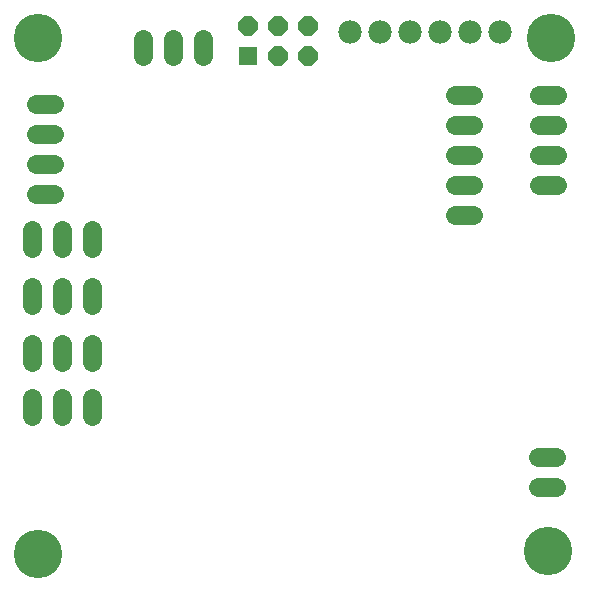
<source format=gbs>
G75*
G70*
%OFA0B0*%
%FSLAX24Y24*%
%IPPOS*%
%LPD*%
%AMOC8*
5,1,8,0,0,1.08239X$1,22.5*
%
%ADD10C,0.1615*%
%ADD11C,0.0780*%
%ADD12R,0.0640X0.0640*%
%ADD13OC8,0.0640*%
%ADD14C,0.0640*%
%ADD15C,0.0634*%
D10*
X003078Y001662D03*
X020078Y001737D03*
X020178Y018837D03*
X003078Y018837D03*
D11*
X013478Y019037D03*
X014478Y019037D03*
X015478Y019037D03*
X016478Y019037D03*
X017478Y019037D03*
X018478Y019037D03*
D12*
X010078Y018237D03*
D13*
X010078Y019237D03*
X011078Y019237D03*
X012078Y019237D03*
X012078Y018237D03*
X011078Y018237D03*
D14*
X016978Y016937D02*
X017578Y016937D01*
X017578Y015937D02*
X016978Y015937D01*
X016978Y014937D02*
X017578Y014937D01*
X017578Y013937D02*
X016978Y013937D01*
X016978Y012937D02*
X017578Y012937D01*
X019778Y013937D02*
X020378Y013937D01*
X020378Y014937D02*
X019778Y014937D01*
X019778Y015937D02*
X020378Y015937D01*
X020378Y016937D02*
X019778Y016937D01*
X019748Y004887D02*
X020348Y004887D01*
X020348Y003887D02*
X019748Y003887D01*
X004878Y006237D02*
X004878Y006837D01*
X003878Y006837D02*
X003878Y006237D01*
X002878Y006237D02*
X002878Y006837D01*
X002878Y008037D02*
X002878Y008637D01*
X003878Y008637D02*
X003878Y008037D01*
X004878Y008037D02*
X004878Y008637D01*
X004878Y009937D02*
X004878Y010537D01*
X003878Y010537D02*
X003878Y009937D01*
X002878Y009937D02*
X002878Y010537D01*
X002878Y011837D02*
X002878Y012437D01*
X003878Y012437D02*
X003878Y011837D01*
X004878Y011837D02*
X004878Y012437D01*
X003598Y013637D02*
X002998Y013637D01*
X002998Y014637D02*
X003598Y014637D01*
X003598Y015637D02*
X002998Y015637D01*
X002998Y016637D02*
X003598Y016637D01*
D15*
X006578Y018240D02*
X006578Y018834D01*
X007578Y018834D02*
X007578Y018240D01*
X008578Y018240D02*
X008578Y018834D01*
M02*

</source>
